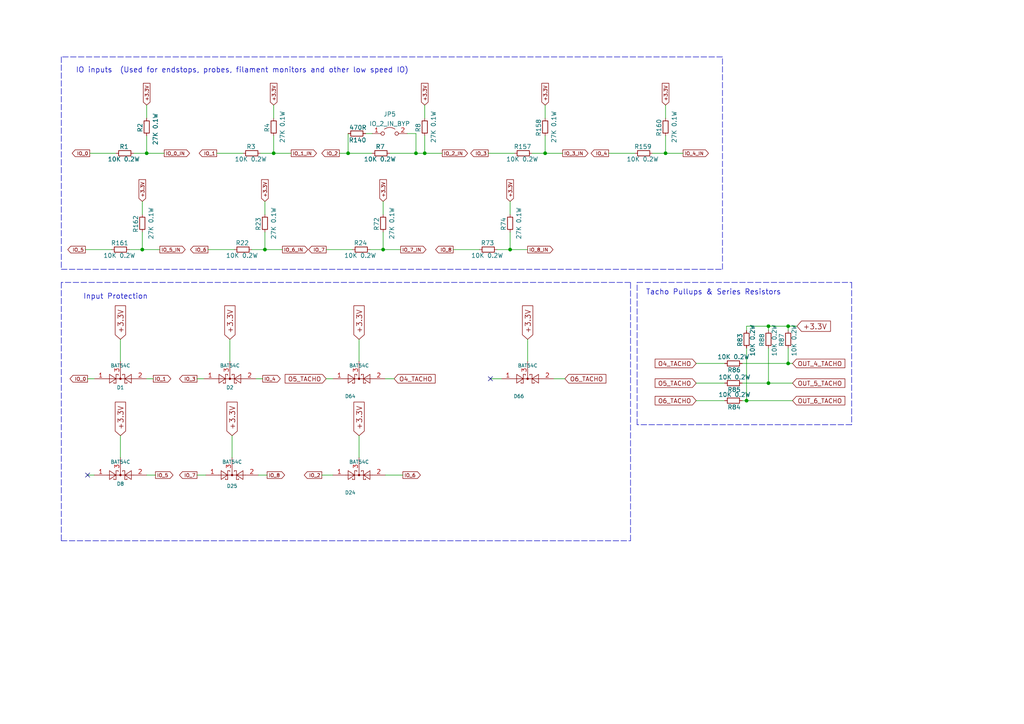
<source format=kicad_sch>
(kicad_sch (version 20211123) (generator eeschema)
  (paper "A4")
  (title_block (title "Duet 3 Main Board") (date "2022-10-05") (rev "1.02") (company "Duet3d") (comment 1 "(c) Duet3D"))
  (lib_symbols
    (symbol "Device:R_Small" (pin_numbers hide) (pin_names (offset 0.254) hide)
      (property "Reference" "R" (at 0.762 0.508 0))
      (property "Value" "R_Small" (at 0.762 -1.016 0))
      (symbol "R_Small_0_1"
        (rectangle (start -0.762 1.778) (end 0.762 -1.778) (stroke (width 0.2032)))
      )
      (symbol "R_Small_1_1"
        (pin passive line (at 0 2.54 270) (length 0.762) (name "~") (number "1"))
        (pin passive line (at 0 -2.54 90) (length 0.762) (name "~") (number "2"))
      )
    )
    (symbol "Diode:BAT54C" (pin_names (offset 1.016))
      (property "Reference" "D" (at 0.635 -3.81 0))
      (property "Value" "BAT54C" (at -6.35 3.175 0))
      (symbol "BAT54C_0_1"
        (polyline (pts (xy -1.905 0) (xy 1.905 0)))
        (polyline (pts (xy -1.905 1.27) (xy -1.905 1.016)))
        (polyline (pts (xy -1.27 -1.27) (xy -0.635 -1.27)))
        (polyline (pts (xy -1.27 0) (xy -3.81 0)))
        (polyline (pts (xy -1.27 1.27) (xy -1.905 1.27)))
        (polyline (pts (xy -1.27 1.27) (xy -1.27 -1.27)))
        (polyline (pts (xy -0.635 -1.27) (xy -0.635 -1.016)))
        (polyline (pts (xy 0.635 -1.27) (xy 0.635 -1.016)))
        (polyline (pts (xy 1.27 -1.27) (xy 0.635 -1.27)))
        (polyline (pts (xy 1.27 1.27) (xy 1.27 -1.27)))
        (polyline (pts (xy 1.27 1.27) (xy 1.905 1.27)))
        (polyline (pts (xy 1.905 1.27) (xy 1.905 1.016)))
        (polyline (pts (xy 3.81 0) (xy 1.27 0)))
        (polyline (pts (xy -3.175 -1.27) (xy -3.175 1.27) (xy -1.27 0) (xy -3.175 -1.27)))
        (polyline (pts (xy 3.175 -1.27) (xy 3.175 1.27) (xy 1.27 0) (xy 3.175 -1.27)))
        (circle (center 0 0) (radius 0.254) (fill (type outline)))
      )
      (symbol "BAT54C_1_1"
        (pin passive line (at -7.62 0 0) (length 3.81) (name "~") (number "1"))
        (pin passive line (at 7.62 0 180) (length 3.81) (name "~") (number "2"))
        (pin passive line (at 0 -5.08 90) (length 5.08) (name "~") (number "3"))
      )
    )
    (symbol "Jumper:Jumper_2_Open" (pin_names (offset 0) hide)
      (property "Reference" "JP" (at 0 2.794 0))
      (property "Value" "Jumper_2_Open" (at 0 -2.286 0))
      (symbol "Jumper_2_Open_0_0"
        (circle (center -2.032 0) (radius 0.508))
        (circle (center 2.032 0) (radius 0.508))
      )
      (symbol "Jumper_2_Open_0_1"
        (arc (start 1.524 1.27) (mid 0 1.778) (end -1.524 1.27))
      )
      (symbol "Jumper_2_Open_1_1"
        (pin passive line (at -5.08 0 0) (length 2.54) (name "A") (number "1"))
        (pin passive line (at 5.08 0 180) (length 2.54) (name "B") (number "2"))
      )
    )
  )
  (junction (at 228.6 105.41))
  (junction (at 158.115 44.45))
  (junction (at 222.885 111.125))
  (junction (at 228.6 94.615))
  (junction (at 41.275 72.39))
  (junction (at 111.125 72.39))
  (junction (at 222.885 94.615))
  (junction (at 216.535 116.205))
  (junction (at 123.19 44.45))
  (junction (at 76.835 72.39))
  (junction (at 79.375 44.45))
  (junction (at 120.65 44.45))
  (junction (at 100.965 44.45))
  (junction (at 42.545 44.45))
  (junction (at 147.955 72.39))
  (junction (at 193.04 44.45))
  (no_connect (at 25.4 137.795))
  (no_connect (at 142.24 109.855))
  (wire (pts (xy 210.185 116.205) (xy 201.93 116.205)))
  (wire (pts (xy 62.865 44.45) (xy 70.485 44.45)))
  (wire (pts (xy 79.375 44.45) (xy 84.455 44.45)))
  (wire (pts (xy 201.93 111.125) (xy 210.185 111.125)))
  (polyline (pts (xy 182.88 156.845) (xy 182.88 81.915)))
  (wire (pts (xy 27.305 137.795) (xy 25.4 137.795)))
  (wire (pts (xy 42.545 39.37) (xy 42.545 44.45)))
  (wire (pts (xy 113.03 44.45) (xy 120.65 44.45)))
  (wire (pts (xy 216.535 95.885) (xy 216.535 94.615)))
  (wire (pts (xy 176.53 44.45) (xy 184.15 44.45)))
  (wire (pts (xy 193.04 44.45) (xy 198.12 44.45)))
  (wire (pts (xy 100.965 44.45) (xy 107.95 44.45)))
  (wire (pts (xy 75.565 44.45) (xy 79.375 44.45)))
  (wire (pts (xy 76.835 72.39) (xy 81.915 72.39)))
  (wire (pts (xy 41.275 67.31) (xy 41.275 72.39)))
  (wire (pts (xy 114.3 109.855) (xy 111.76 109.855)))
  (wire (pts (xy 116.84 137.795) (xy 111.76 137.795)))
  (wire (pts (xy 163.83 109.855) (xy 160.655 109.855)))
  (wire (pts (xy 106.045 38.735) (xy 107.95 38.735)))
  (wire (pts (xy 189.23 44.45) (xy 193.04 44.45)))
  (wire (pts (xy 147.955 72.39) (xy 153.035 72.39)))
  (wire (pts (xy 42.545 44.45) (xy 47.625 44.45)))
  (wire (pts (xy 147.955 58.42) (xy 147.955 62.23)))
  (wire (pts (xy 158.115 39.37) (xy 158.115 44.45)))
  (wire (pts (xy 37.465 72.39) (xy 41.275 72.39)))
  (wire (pts (xy 229.87 111.125) (xy 222.885 111.125)))
  (wire (pts (xy 123.19 39.37) (xy 123.19 44.45)))
  (wire (pts (xy 228.6 100.965) (xy 228.6 105.41)))
  (wire (pts (xy 142.24 109.855) (xy 145.415 109.855)))
  (wire (pts (xy 42.545 109.855) (xy 44.45 109.855)))
  (wire (pts (xy 104.14 126.365) (xy 104.14 132.715)))
  (wire (pts (xy 228.6 105.41) (xy 229.87 105.41)))
  (wire (pts (xy 104.14 98.425) (xy 104.14 104.775)))
  (wire (pts (xy 158.115 30.48) (xy 158.115 34.29)))
  (wire (pts (xy 231.14 94.615) (xy 228.6 94.615)))
  (polyline (pts (xy 247.015 123.19) (xy 184.785 123.19)))
  (wire (pts (xy 123.19 30.48) (xy 123.19 34.29)))
  (polyline (pts (xy 184.785 123.19) (xy 184.785 81.915)))
  (wire (pts (xy 216.535 94.615) (xy 222.885 94.615)))
  (wire (pts (xy 111.125 67.31) (xy 111.125 72.39)))
  (wire (pts (xy 26.035 44.45) (xy 33.655 44.45)))
  (wire (pts (xy 107.315 72.39) (xy 111.125 72.39)))
  (wire (pts (xy 24.765 72.39) (xy 32.385 72.39)))
  (wire (pts (xy 73.025 72.39) (xy 76.835 72.39)))
  (wire (pts (xy 118.11 38.735) (xy 120.65 38.735)))
  (wire (pts (xy 41.275 58.42) (xy 41.275 62.23)))
  (wire (pts (xy 131.445 72.39) (xy 139.065 72.39)))
  (wire (pts (xy 38.735 44.45) (xy 42.545 44.45)))
  (wire (pts (xy 67.31 126.365) (xy 67.31 132.715)))
  (wire (pts (xy 94.615 72.39) (xy 102.235 72.39)))
  (wire (pts (xy 42.545 30.48) (xy 42.545 34.29)))
  (wire (pts (xy 77.47 137.795) (xy 74.93 137.795)))
  (wire (pts (xy 222.885 111.125) (xy 215.265 111.125)))
  (wire (pts (xy 193.04 39.37) (xy 193.04 44.45)))
  (wire (pts (xy 222.885 94.615) (xy 228.6 94.615)))
  (wire (pts (xy 141.605 44.45) (xy 149.225 44.45)))
  (wire (pts (xy 215.265 105.41) (xy 228.6 105.41)))
  (wire (pts (xy 34.925 126.365) (xy 34.925 132.715)))
  (wire (pts (xy 60.325 72.39) (xy 67.945 72.39)))
  (wire (pts (xy 59.055 109.855) (xy 57.15 109.855)))
  (polyline (pts (xy 209.55 16.51) (xy 17.78 16.51)))
  (polyline (pts (xy 17.78 78.105) (xy 209.55 78.105)))
  (wire (pts (xy 147.955 67.31) (xy 147.955 72.39)))
  (wire (pts (xy 41.275 72.39) (xy 46.355 72.39)))
  (wire (pts (xy 45.085 137.795) (xy 42.545 137.795)))
  (polyline (pts (xy 17.78 156.845) (xy 182.88 156.845)))
  (wire (pts (xy 66.675 98.425) (xy 66.675 104.775)))
  (wire (pts (xy 216.535 116.205) (xy 215.265 116.205)))
  (wire (pts (xy 153.035 98.425) (xy 153.035 104.775)))
  (wire (pts (xy 222.885 95.885) (xy 222.885 94.615)))
  (wire (pts (xy 76.835 58.42) (xy 76.835 62.23)))
  (wire (pts (xy 76.2 109.855) (xy 74.295 109.855)))
  (wire (pts (xy 228.6 94.615) (xy 228.6 95.885)))
  (wire (pts (xy 216.535 100.965) (xy 216.535 116.205)))
  (wire (pts (xy 34.925 98.425) (xy 34.925 104.775)))
  (wire (pts (xy 79.375 39.37) (xy 79.375 44.45)))
  (wire (pts (xy 120.65 38.735) (xy 120.65 44.45)))
  (wire (pts (xy 154.305 44.45) (xy 158.115 44.45)))
  (wire (pts (xy 93.345 137.795) (xy 96.52 137.795)))
  (wire (pts (xy 123.19 44.45) (xy 128.27 44.45)))
  (wire (pts (xy 201.93 105.41) (xy 210.185 105.41)))
  (wire (pts (xy 111.125 72.39) (xy 116.205 72.39)))
  (wire (pts (xy 79.375 30.48) (xy 79.375 34.29)))
  (wire (pts (xy 120.65 44.45) (xy 123.19 44.45)))
  (wire (pts (xy 100.965 38.735) (xy 100.965 44.45)))
  (polyline (pts (xy 247.015 81.915) (xy 247.015 123.19)))
  (polyline (pts (xy 17.78 16.51) (xy 17.78 78.105)))
  (wire (pts (xy 98.425 44.45) (xy 100.965 44.45)))
  (wire (pts (xy 144.145 72.39) (xy 147.955 72.39)))
  (wire (pts (xy 27.305 109.855) (xy 25.4 109.855)))
  (wire (pts (xy 59.69 137.795) (xy 57.15 137.795)))
  (wire (pts (xy 111.125 58.42) (xy 111.125 62.23)))
  (polyline (pts (xy 184.785 81.915) (xy 247.015 81.915)))
  (polyline (pts (xy 17.78 81.915) (xy 17.78 156.845)))
  (wire (pts (xy 222.885 100.965) (xy 222.885 111.125)))
  (wire (pts (xy 96.52 109.855) (xy 94.615 109.855)))
  (polyline (pts (xy 209.55 78.105) (xy 209.55 16.51)))
  (wire (pts (xy 76.835 67.31) (xy 76.835 72.39)))
  (wire (pts (xy 158.115 44.45) (xy 163.195 44.45)))
  (wire (pts (xy 229.87 116.205) (xy 216.535 116.205)))
  (polyline (pts (xy 182.88 81.915) (xy 17.78 81.915)))
  (wire (pts (xy 193.04 30.48) (xy 193.04 34.29)))
  (text "IO inputs  (Used for endstops, probes, filament monitors and other low speed IO)" (at 21.971 21.336 0) (effects (font (size 1.524 1.524)) (justify left bottom)))
  (text "Input Protection" (at 24.13 86.995 0) (effects (font (size 1.524 1.524)) (justify left bottom)))
  (text "Tacho Pullups & Series Resistors" (at 187.325 85.725 0) (effects (font (size 1.524 1.524)) (justify left bottom)))
  (global_label "+3.3V" (shape input) (at 41.275 58.42 90) (effects (font (size 0.9906 0.9906))) (property "Intersheet References" "${INTERSHEET_REFS}" (effects hide)))
  (global_label "IO_0" (shape output) (at 25.4 109.855 180) (effects (font (size 0.9906 0.9906))) (property "Intersheet References" "${INTERSHEET_REFS}" (effects hide)))
  (global_label "IO_0" (shape output) (at 26.035 44.45 180) (effects (font (size 0.9906 0.9906))) (property "Intersheet References" "${INTERSHEET_REFS}" (effects hide)))
  (global_label "IO_5" (shape output) (at 45.085 137.795 0) (effects (font (size 0.9906 0.9906))) (property "Intersheet References" "${INTERSHEET_REFS}" (effects hide)))
  (global_label "+3.3V" (shape input) (at 34.925 126.365 90) (effects (font (size 1.524 1.524))) (property "Intersheet References" "${INTERSHEET_REFS}" (effects hide)))
  (global_label "OUT_4_TACHO" (shape input) (at 229.87 105.41 0) (property "Intersheet References" "${INTERSHEET_REFS}" (effects hide)))
  (global_label "IO_5" (shape output) (at 24.765 72.39 180) (effects (font (size 0.9906 0.9906))) (property "Intersheet References" "${INTERSHEET_REFS}" (effects hide)))
  (global_label "+3.3V" (shape input) (at 123.19 30.48 90) (effects (font (size 0.9906 0.9906))) (property "Intersheet References" "${INTERSHEET_REFS}" (effects hide)))
  (global_label "IO_1_IN" (shape output) (at 84.455 44.45 0) (effects (font (size 0.9906 0.9906))) (property "Intersheet References" "${INTERSHEET_REFS}" (effects hide)))
  (global_label "IO_0_IN" (shape output) (at 47.625 44.45 0) (effects (font (size 0.9906 0.9906))) (property "Intersheet References" "${INTERSHEET_REFS}" (effects hide)))
  (global_label "+3.3V" (shape input) (at 66.675 98.425 90) (effects (font (size 1.524 1.524))) (property "Intersheet References" "${INTERSHEET_REFS}" (effects hide)))
  (global_label "O6_TACHO" (shape input) (at 201.93 116.205 180) (property "Intersheet References" "${INTERSHEET_REFS}" (effects hide)))
  (global_label "+3.3V" (shape input) (at 76.835 58.42 90) (effects (font (size 0.9906 0.9906))) (property "Intersheet References" "${INTERSHEET_REFS}" (effects hide)))
  (global_label "+3.3V" (shape input) (at 111.125 58.42 90) (effects (font (size 0.9906 0.9906))) (property "Intersheet References" "${INTERSHEET_REFS}" (effects hide)))
  (global_label "IO_2" (shape output) (at 98.425 44.45 180) (effects (font (size 0.9906 0.9906))) (property "Intersheet References" "${INTERSHEET_REFS}" (effects hide)))
  (global_label "IO_6_IN" (shape output) (at 81.915 72.39 0) (effects (font (size 0.9906 0.9906))) (property "Intersheet References" "${INTERSHEET_REFS}" (effects hide)))
  (global_label "IO_1" (shape output) (at 62.865 44.45 180) (effects (font (size 0.9906 0.9906))) (property "Intersheet References" "${INTERSHEET_REFS}" (effects hide)))
  (global_label "IO_8" (shape output) (at 131.445 72.39 180) (effects (font (size 0.9906 0.9906))) (property "Intersheet References" "${INTERSHEET_REFS}" (effects hide)))
  (global_label "+3.3V" (shape input) (at 79.375 30.48 90) (effects (font (size 0.9906 0.9906))) (property "Intersheet References" "${INTERSHEET_REFS}" (effects hide)))
  (global_label "IO_3" (shape output) (at 57.15 109.855 180) (effects (font (size 0.9906 0.9906))) (property "Intersheet References" "${INTERSHEET_REFS}" (effects hide)))
  (global_label "O5_TACHO" (shape input) (at 201.93 111.125 180) (property "Intersheet References" "${INTERSHEET_REFS}" (effects hide)))
  (global_label "IO_4" (shape output) (at 176.53 44.45 180) (effects (font (size 0.9906 0.9906))) (property "Intersheet References" "${INTERSHEET_REFS}" (effects hide)))
  (global_label "IO_6" (shape output) (at 116.84 137.795 0) (effects (font (size 0.9906 0.9906))) (property "Intersheet References" "${INTERSHEET_REFS}" (effects hide)))
  (global_label "IO_6" (shape output) (at 60.325 72.39 180) (effects (font (size 0.9906 0.9906))) (property "Intersheet References" "${INTERSHEET_REFS}" (effects hide)))
  (global_label "IO_4" (shape output) (at 76.2 109.855 0) (effects (font (size 0.9906 0.9906))) (property "Intersheet References" "${INTERSHEET_REFS}" (effects hide)))
  (global_label "+3.3V" (shape input) (at 158.115 30.48 90) (effects (font (size 0.9906 0.9906))) (property "Intersheet References" "${INTERSHEET_REFS}" (effects hide)))
  (global_label "O4_TACHO" (shape input) (at 201.93 105.41 180) (property "Intersheet References" "${INTERSHEET_REFS}" (effects hide)))
  (global_label "IO_5_IN" (shape output) (at 46.355 72.39 0) (effects (font (size 0.9906 0.9906))) (property "Intersheet References" "${INTERSHEET_REFS}" (effects hide)))
  (global_label "IO_7" (shape output) (at 57.15 137.795 180) (effects (font (size 0.9906 0.9906))) (property "Intersheet References" "${INTERSHEET_REFS}" (effects hide)))
  (global_label "+3.3V" (shape input) (at 34.925 98.425 90) (effects (font (size 1.524 1.524))) (property "Intersheet References" "${INTERSHEET_REFS}" (effects hide)))
  (global_label "IO_2_IN" (shape output) (at 128.27 44.45 0) (effects (font (size 0.9906 0.9906))) (property "Intersheet References" "${INTERSHEET_REFS}" (effects hide)))
  (global_label "+3.3V" (shape input) (at 193.04 30.48 90) (effects (font (size 0.9906 0.9906))) (property "Intersheet References" "${INTERSHEET_REFS}" (effects hide)))
  (global_label "+3.3V" (shape input) (at 104.14 98.425 90) (effects (font (size 1.524 1.524))) (property "Intersheet References" "${INTERSHEET_REFS}" (effects hide)))
  (global_label "IO_7" (shape output) (at 94.615 72.39 180) (effects (font (size 0.9906 0.9906))) (property "Intersheet References" "${INTERSHEET_REFS}" (effects hide)))
  (global_label "+3.3V" (shape input) (at 67.31 126.365 90) (effects (font (size 1.524 1.524))) (property "Intersheet References" "${INTERSHEET_REFS}" (effects hide)))
  (global_label "IO_8_IN" (shape output) (at 153.035 72.39 0) (effects (font (size 0.9906 0.9906))) (property "Intersheet References" "${INTERSHEET_REFS}" (effects hide)))
  (global_label "+3.3V" (shape input) (at 231.14 94.615 0) (effects (font (size 1.524 1.524))) (property "Intersheet References" "${INTERSHEET_REFS}" (effects hide)))
  (global_label "O5_TACHO" (shape input) (at 94.615 109.855 180) (property "Intersheet References" "${INTERSHEET_REFS}" (effects hide)))
  (global_label "+3.3V" (shape input) (at 153.035 98.425 90) (effects (font (size 1.524 1.524))) (property "Intersheet References" "${INTERSHEET_REFS}" (effects hide)))
  (global_label "+3.3V" (shape input) (at 147.955 58.42 90) (effects (font (size 0.9906 0.9906))) (property "Intersheet References" "${INTERSHEET_REFS}" (effects hide)))
  (global_label "IO_3_IN" (shape output) (at 163.195 44.45 0) (effects (font (size 0.9906 0.9906))) (property "Intersheet References" "${INTERSHEET_REFS}" (effects hide)))
  (global_label "O4_TACHO" (shape input) (at 114.3 109.855 0) (property "Intersheet References" "${INTERSHEET_REFS}" (effects hide)))
  (global_label "IO_1" (shape output) (at 44.45 109.855 0) (effects (font (size 0.9906 0.9906))) (property "Intersheet References" "${INTERSHEET_REFS}" (effects hide)))
  (global_label "+3.3V" (shape input) (at 104.14 126.365 90) (effects (font (size 1.524 1.524))) (property "Intersheet References" "${INTERSHEET_REFS}" (effects hide)))
  (global_label "IO_8" (shape output) (at 77.47 137.795 0) (effects (font (size 0.9906 0.9906))) (property "Intersheet References" "${INTERSHEET_REFS}" (effects hide)))
  (global_label "OUT_6_TACHO" (shape input) (at 229.87 116.205 0) (property "Intersheet References" "${INTERSHEET_REFS}" (effects hide)))
  (global_label "IO_2" (shape output) (at 93.345 137.795 180) (effects (font (size 0.9906 0.9906))) (property "Intersheet References" "${INTERSHEET_REFS}" (effects hide)))
  (global_label "IO_7_IN" (shape output) (at 116.205 72.39 0) (effects (font (size 0.9906 0.9906))) (property "Intersheet References" "${INTERSHEET_REFS}" (effects hide)))
  (global_label "O6_TACHO" (shape input) (at 163.83 109.855 0) (property "Intersheet References" "${INTERSHEET_REFS}" (effects hide)))
  (global_label "IO_3" (shape output) (at 141.605 44.45 180) (effects (font (size 0.9906 0.9906))) (property "Intersheet References" "${INTERSHEET_REFS}" (effects hide)))
  (global_label "+3.3V" (shape input) (at 42.545 30.48 90) (effects (font (size 0.9906 0.9906))) (property "Intersheet References" "${INTERSHEET_REFS}" (effects hide)))
  (global_label "IO_4_IN" (shape output) (at 198.12 44.45 0) (effects (font (size 0.9906 0.9906))) (property "Intersheet References" "${INTERSHEET_REFS}" (effects hide)))
  (global_label "OUT_5_TACHO" (shape input) (at 229.87 111.125 0) (property "Intersheet References" "${INTERSHEET_REFS}" (effects hide)))
  (symbol (lib_id "Device:R_Small") (at 36.195 44.45 90) (unit 1)
    (property "Reference" "R1" (at 35.9918 42.545 90))
    (property "Value" "10K 0.2W" (at 35.8902 46.1772 90))
    (property "Footprint" "Resistor_SMD:R_0603_1608Metric_Wbry" (effects hide))
    (property "Part Number" "ESR03EZPF1002" (effects hide))
  )
  (symbol (lib_id "Device:R_Small") (at 42.545 36.83 180) (unit 1)
    (property "Reference" "R2" (at 40.64 37.0332 90))
    (property "Value" "27K 0.1W" (at 45.085 37.465 90))
    (property "Footprint" "Resistor_SMD:R_0402_1005Metric_Wbry" (effects hide))
    (property "Part Number" "ERJ-2RKF2702X" (effects hide))
  )
  (symbol (lib_id "Diode:BAT54C") (at 34.925 109.855 0) (mirror x) (unit 1)
    (property "Reference" "D1" (at 34.925 112.395 0) (effects (font (size 1.016 1.016))))
    (property "Value" "BAT54C" (at 34.925 106.045 0) (effects (font (size 1.016 1.016))))
    (property "Footprint" "Package_TO_SOT_SMD:SOT-23" (effects hide))
    (property "Part Number" "BAT54CLT1G" (effects hide))
  )
  (symbol (lib_id "Device:R_Small") (at 73.025 44.45 90) (unit 1)
    (property "Reference" "R3" (at 72.8218 42.545 90))
    (property "Value" "10K 0.2W" (at 72.7202 46.1772 90))
    (property "Footprint" "Resistor_SMD:R_0603_1608Metric_Wbry" (effects hide))
    (property "Part Number" "ESR03EZPF1002" (effects hide))
  )
  (symbol (lib_id "Device:R_Small") (at 79.375 36.83 180) (unit 1)
    (property "Reference" "R4" (at 77.47 37.0332 90))
    (property "Value" "27K 0.1W" (at 81.915 36.83 90))
    (property "Footprint" "Resistor_SMD:R_0402_1005Metric_Wbry" (effects hide))
    (property "Part Number" "ERJ-2RKF2702X" (effects hide))
  )
  (symbol (lib_id "Device:R_Small") (at 110.49 44.45 90) (unit 1)
    (property "Reference" "R7" (at 110.2868 42.545 90))
    (property "Value" "10K 0.2W" (at 110.1852 46.1772 90))
    (property "Footprint" "Resistor_SMD:R_0603_1608Metric_Wbry" (effects hide))
    (property "Part Number" "ESR03EZPF1002" (effects hide))
  )
  (symbol (lib_id "Device:R_Small") (at 123.19 36.83 180) (unit 1)
    (property "Reference" "R8" (at 121.285 37.0332 90))
    (property "Value" "27K 0.1W" (at 125.73 36.83 90))
    (property "Footprint" "Resistor_SMD:R_0402_1005Metric_Wbry" (effects hide))
    (property "Part Number" "ERJ-2RKF2702X" (effects hide))
  )
  (symbol (lib_id "Diode:BAT54C") (at 66.675 109.855 0) (mirror x) (unit 1)
    (property "Reference" "D2" (at 66.675 112.395 0) (effects (font (size 1.016 1.016))))
    (property "Value" "BAT54C" (at 66.675 106.045 0) (effects (font (size 1.016 1.016))))
    (property "Footprint" "Package_TO_SOT_SMD:SOT-23" (effects hide))
    (property "Part Number" "BAT54CLT1G" (effects hide))
  )
  (symbol (lib_id "Device:R_Small") (at 70.485 72.39 90) (unit 1)
    (property "Reference" "R22" (at 70.2818 70.485 90))
    (property "Value" "10K 0.2W" (at 70.1802 74.1172 90))
    (property "Footprint" "Resistor_SMD:R_0603_1608Metric_Wbry" (effects hide))
    (property "Part Number" "ESR03EZPF1002" (effects hide))
  )
  (symbol (lib_id "Device:R_Small") (at 76.835 64.77 180) (unit 1)
    (property "Reference" "R23" (at 74.93 64.9732 90))
    (property "Value" "27K 0.1W" (at 79.375 64.77 90))
    (property "Footprint" "Resistor_SMD:R_0402_1005Metric_Wbry" (effects hide))
    (property "Part Number" "ERJ-2RKF2702X" (effects hide))
  )
  (symbol (lib_id "Diode:BAT54C") (at 34.925 137.795 0) (mirror x) (unit 1)
    (property "Reference" "D8" (at 34.925 140.335 0) (effects (font (size 1.016 1.016))))
    (property "Value" "BAT54C" (at 34.925 133.985 0) (effects (font (size 1.016 1.016))))
    (property "Footprint" "Package_TO_SOT_SMD:SOT-23" (effects hide))
    (property "Part Number" "BAT54CLT1G" (effects hide))
  )
  (symbol (lib_id "Device:R_Small") (at 104.775 72.39 90) (unit 1)
    (property "Reference" "R24" (at 104.5718 70.485 90))
    (property "Value" "10K 0.2W" (at 104.4702 74.1172 90))
    (property "Footprint" "Resistor_SMD:R_0603_1608Metric_Wbry" (effects hide))
    (property "Part Number" "ESR03EZPF1002" (effects hide))
  )
  (symbol (lib_id "Device:R_Small") (at 111.125 64.77 180) (unit 1)
    (property "Reference" "R72" (at 109.22 64.9732 90))
    (property "Value" "27K 0.1W" (at 113.665 64.77 90))
    (property "Footprint" "Resistor_SMD:R_0402_1005Metric_Wbry" (effects hide))
    (property "Part Number" "ERJ-2RKF2702X" (effects hide))
  )
  (symbol (lib_id "Device:R_Small") (at 141.605 72.39 90) (unit 1)
    (property "Reference" "R73" (at 141.4018 70.485 90))
    (property "Value" "10K 0.2W" (at 141.3002 74.1172 90))
    (property "Footprint" "Resistor_SMD:R_0603_1608Metric_Wbry" (effects hide))
    (property "Part Number" "ESR03EZPF1002" (effects hide))
  )
  (symbol (lib_id "Device:R_Small") (at 147.955 64.77 180) (unit 1)
    (property "Reference" "R74" (at 146.05 64.9732 90))
    (property "Value" "27K 0.1W" (at 150.495 64.77 90))
    (property "Footprint" "Resistor_SMD:R_0402_1005Metric_Wbry" (effects hide))
    (property "Part Number" "ERJ-2RKF2702X" (effects hide))
  )
  (symbol (lib_id "Device:R_Small") (at 151.765 44.45 90) (unit 1)
    (property "Reference" "R157" (at 151.5618 42.545 90))
    (property "Value" "10K 0.2W" (at 151.4602 46.1772 90))
    (property "Footprint" "Resistor_SMD:R_0603_1608Metric_Wbry" (effects hide))
    (property "Part Number" "ESR03EZPF1002" (effects hide))
  )
  (symbol (lib_id "Device:R_Small") (at 158.115 36.83 180) (unit 1)
    (property "Reference" "R158" (at 156.21 37.0332 90))
    (property "Value" "27K 0.1W" (at 160.655 36.83 90))
    (property "Footprint" "Resistor_SMD:R_0402_1005Metric_Wbry" (effects hide))
    (property "Part Number" "ERJ-2RKF2702X" (effects hide))
  )
  (symbol (lib_id "Device:R_Small") (at 186.69 44.45 90) (unit 1)
    (property "Reference" "R159" (at 186.4868 42.545 90))
    (property "Value" "10K 0.2W" (at 186.3852 46.1772 90))
    (property "Footprint" "Resistor_SMD:R_0603_1608Metric_Wbry" (effects hide))
    (property "Part Number" "ESR03EZPF1002" (effects hide))
  )
  (symbol (lib_id "Device:R_Small") (at 193.04 36.83 180) (unit 1)
    (property "Reference" "R160" (at 191.135 37.0332 90))
    (property "Value" "27K 0.1W" (at 195.58 36.83 90))
    (property "Footprint" "Resistor_SMD:R_0402_1005Metric_Wbry" (effects hide))
    (property "Part Number" "ERJ-2RKF2702X" (effects hide))
  )
  (symbol (lib_id "Device:R_Small") (at 34.925 72.39 90) (unit 1)
    (property "Reference" "R161" (at 34.7218 70.485 90))
    (property "Value" "10K 0.2W" (at 34.6202 74.1172 90))
    (property "Footprint" "Resistor_SMD:R_0603_1608Metric_Wbry" (effects hide))
    (property "Part Number" "ESR03EZPF1002" (effects hide))
  )
  (symbol (lib_id "Device:R_Small") (at 41.275 64.77 180) (unit 1)
    (property "Reference" "R162" (at 39.37 64.9732 90))
    (property "Value" "27K 0.1W" (at 43.815 64.77 90))
    (property "Footprint" "Resistor_SMD:R_0402_1005Metric_Wbry" (effects hide))
    (property "Part Number" "ERJ-2RKF2702X" (effects hide))
  )
  (symbol (lib_id "Diode:BAT54C") (at 104.14 137.795 0) (mirror x) (unit 1)
    (property "Reference" "D24" (at 101.6 142.875 0) (effects (font (size 1.016 1.016))))
    (property "Value" "BAT54C" (at 104.14 133.985 0) (effects (font (size 1.016 1.016))))
    (property "Footprint" "Package_TO_SOT_SMD:SOT-23" (effects hide))
    (property "Part Number" "BAT54CLT1G" (effects hide))
  )
  (symbol (lib_id "Diode:BAT54C") (at 67.31 137.795 0) (mirror x) (unit 1)
    (property "Reference" "D25" (at 67.31 140.97 0) (effects (font (size 1.016 1.016))))
    (property "Value" "BAT54C" (at 67.31 133.985 0) (effects (font (size 1.016 1.016))))
    (property "Footprint" "Package_TO_SOT_SMD:SOT-23" (effects hide))
    (property "Part Number" "BAT54CLT1G" (effects hide))
  )
  (symbol (lib_id "Device:R_Small") (at 103.505 38.735 270) (unit 1)
    (property "Reference" "R140" (at 103.7082 40.64 90))
    (property "Value" "470R" (at 103.8098 37.0078 90))
    (property "Footprint" "Resistor_SMD:R_0402_1005Metric_Wbry" (effects hide))
    (property "Part Number" "ERJ-2RKF4700X" (effects hide))
  )
  (symbol (lib_id "Device:R_Small") (at 212.725 116.205 270) (unit 1)
    (property "Reference" "R84" (at 212.9282 118.11 90))
    (property "Value" "10K 0.2W" (at 213.0298 114.4778 90))
    (property "Footprint" "Resistor_SMD:R_0603_1608Metric_Wbry" (effects hide))
    (property "Part Number" "ESR03EZPF1002" (effects hide))
  )
  (symbol (lib_id "Device:R_Small") (at 212.725 105.41 270) (unit 1)
    (property "Reference" "R86" (at 212.9282 107.315 90))
    (property "Value" "10K 0.2W" (at 212.725 103.505 90))
    (property "Footprint" "Resistor_SMD:R_0603_1608Metric_Wbry" (effects hide))
    (property "Part Number" "ESR03EZPF1002" (effects hide))
  )
  (symbol (lib_id "Device:R_Small") (at 212.725 111.125 270) (unit 1)
    (property "Reference" "R85" (at 212.9282 113.03 90))
    (property "Value" "10K 0.2W" (at 213.0298 109.3978 90))
    (property "Footprint" "Resistor_SMD:R_0603_1608Metric_Wbry" (effects hide))
    (property "Part Number" "ESR03EZPF1002" (effects hide))
  )
  (symbol (lib_id "Diode:BAT54C") (at 104.14 109.855 0) (mirror x) (unit 1)
    (property "Reference" "D64" (at 101.6 114.935 0) (effects (font (size 1.016 1.016))))
    (property "Value" "BAT54C" (at 104.14 106.045 0) (effects (font (size 1.016 1.016))))
    (property "Footprint" "Package_TO_SOT_SMD:SOT-23" (effects hide))
    (property "Part Number" "BAT54CLT1G" (effects hide))
  )
  (symbol (lib_id "Jumper:Jumper_2_Open") (at 113.03 38.735 0) (unit 1)
    (property "Reference" "JP5" (at 113.03 33.1175 0))
    (property "Value" "IO_2_IN_BYP" (at 113.03 35.8926 0))
    (property "Footprint" "Connector_PinHeader_2.54mm:PinHeader_1x02_P2.54mm_Vertical" (effects hide))
    (property "Part Number" "THS-02-R - Jumper not fitted" (effects hide))
  )
  (symbol (lib_id "Device:R_Small") (at 228.6 98.425 180) (unit 1)
    (property "Reference" "R87" (at 226.695 98.6282 90))
    (property "Value" "10K 0.2W" (at 230.3272 98.7298 90))
    (property "Footprint" "Resistor_SMD:R_0603_1608Metric_Wbry" (effects hide))
    (property "Part Number" "ESR03EZPF1002" (effects hide))
  )
  (symbol (lib_id "Device:R_Small") (at 216.535 98.425 180) (unit 1)
    (property "Reference" "R83" (at 214.63 98.6282 90))
    (property "Value" "10K 0.2W" (at 218.2622 98.7298 90))
    (property "Footprint" "Resistor_SMD:R_0603_1608Metric_Wbry" (effects hide))
    (property "Part Number" "ESR03EZPF1002" (effects hide))
  )
  (symbol (lib_id "Device:R_Small") (at 222.885 98.425 180) (unit 1)
    (property "Reference" "R88" (at 220.98 98.6282 90))
    (property "Value" "10K 0.2W" (at 224.6122 98.7298 90))
    (property "Footprint" "Resistor_SMD:R_0603_1608Metric_Wbry" (effects hide))
    (property "Part Number" "ESR03EZPF1002" (effects hide))
  )
  (symbol (lib_id "Diode:BAT54C") (at 153.035 109.855 0) (mirror x) (unit 1)
    (property "Reference" "D66" (at 150.495 114.935 0) (effects (font (size 1.016 1.016))))
    (property "Value" "BAT54C" (at 153.035 106.045 0) (effects (font (size 1.016 1.016))))
    (property "Footprint" "Package_TO_SOT_SMD:SOT-23" (effects hide))
    (property "Part Number" "BAT54CLT1G" (effects hide))
  )
)
</source>
